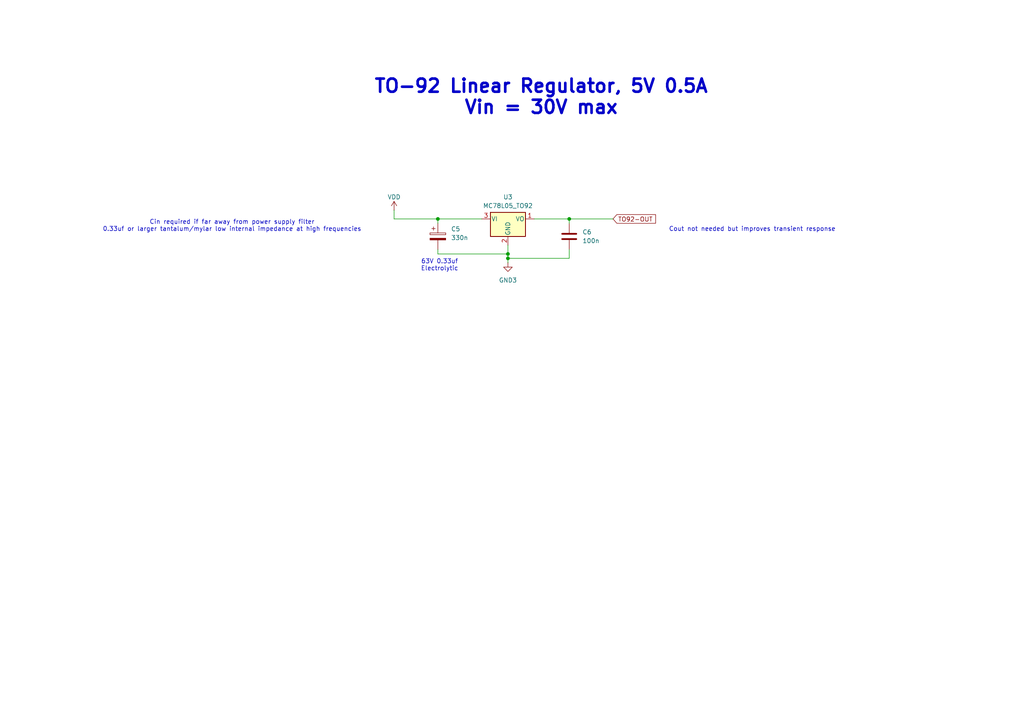
<source format=kicad_sch>
(kicad_sch
	(version 20250114)
	(generator "eeschema")
	(generator_version "9.0")
	(uuid "6fd8c500-7256-4567-8ca0-3bcfa7ea3229")
	(paper "A4")
	(title_block
		(title "Regulator Evaluation Board")
		(date "2025-04-22")
		(rev "/")
		(company "HSRW ")
		(comment 1 "Jure Cubelic ")
	)
	(lib_symbols
		(symbol "Device:C"
			(pin_numbers
				(hide yes)
			)
			(pin_names
				(offset 0.254)
			)
			(exclude_from_sim no)
			(in_bom yes)
			(on_board yes)
			(property "Reference" "C"
				(at 0.635 2.54 0)
				(effects
					(font
						(size 1.27 1.27)
					)
					(justify left)
				)
			)
			(property "Value" "C"
				(at 0.635 -2.54 0)
				(effects
					(font
						(size 1.27 1.27)
					)
					(justify left)
				)
			)
			(property "Footprint" ""
				(at 0.9652 -3.81 0)
				(effects
					(font
						(size 1.27 1.27)
					)
					(hide yes)
				)
			)
			(property "Datasheet" "~"
				(at 0 0 0)
				(effects
					(font
						(size 1.27 1.27)
					)
					(hide yes)
				)
			)
			(property "Description" "Unpolarized capacitor"
				(at 0 0 0)
				(effects
					(font
						(size 1.27 1.27)
					)
					(hide yes)
				)
			)
			(property "ki_keywords" "cap capacitor"
				(at 0 0 0)
				(effects
					(font
						(size 1.27 1.27)
					)
					(hide yes)
				)
			)
			(property "ki_fp_filters" "C_*"
				(at 0 0 0)
				(effects
					(font
						(size 1.27 1.27)
					)
					(hide yes)
				)
			)
			(symbol "C_0_1"
				(polyline
					(pts
						(xy -2.032 0.762) (xy 2.032 0.762)
					)
					(stroke
						(width 0.508)
						(type default)
					)
					(fill
						(type none)
					)
				)
				(polyline
					(pts
						(xy -2.032 -0.762) (xy 2.032 -0.762)
					)
					(stroke
						(width 0.508)
						(type default)
					)
					(fill
						(type none)
					)
				)
			)
			(symbol "C_1_1"
				(pin passive line
					(at 0 3.81 270)
					(length 2.794)
					(name "~"
						(effects
							(font
								(size 1.27 1.27)
							)
						)
					)
					(number "1"
						(effects
							(font
								(size 1.27 1.27)
							)
						)
					)
				)
				(pin passive line
					(at 0 -3.81 90)
					(length 2.794)
					(name "~"
						(effects
							(font
								(size 1.27 1.27)
							)
						)
					)
					(number "2"
						(effects
							(font
								(size 1.27 1.27)
							)
						)
					)
				)
			)
			(embedded_fonts no)
		)
		(symbol "Device:C_Polarized"
			(pin_numbers
				(hide yes)
			)
			(pin_names
				(offset 0.254)
			)
			(exclude_from_sim no)
			(in_bom yes)
			(on_board yes)
			(property "Reference" "C"
				(at 0.635 2.54 0)
				(effects
					(font
						(size 1.27 1.27)
					)
					(justify left)
				)
			)
			(property "Value" "C_Polarized"
				(at 0.635 -2.54 0)
				(effects
					(font
						(size 1.27 1.27)
					)
					(justify left)
				)
			)
			(property "Footprint" ""
				(at 0.9652 -3.81 0)
				(effects
					(font
						(size 1.27 1.27)
					)
					(hide yes)
				)
			)
			(property "Datasheet" "~"
				(at 0 0 0)
				(effects
					(font
						(size 1.27 1.27)
					)
					(hide yes)
				)
			)
			(property "Description" "Polarized capacitor"
				(at 0 0 0)
				(effects
					(font
						(size 1.27 1.27)
					)
					(hide yes)
				)
			)
			(property "ki_keywords" "cap capacitor"
				(at 0 0 0)
				(effects
					(font
						(size 1.27 1.27)
					)
					(hide yes)
				)
			)
			(property "ki_fp_filters" "CP_*"
				(at 0 0 0)
				(effects
					(font
						(size 1.27 1.27)
					)
					(hide yes)
				)
			)
			(symbol "C_Polarized_0_1"
				(rectangle
					(start -2.286 0.508)
					(end 2.286 1.016)
					(stroke
						(width 0)
						(type default)
					)
					(fill
						(type none)
					)
				)
				(polyline
					(pts
						(xy -1.778 2.286) (xy -0.762 2.286)
					)
					(stroke
						(width 0)
						(type default)
					)
					(fill
						(type none)
					)
				)
				(polyline
					(pts
						(xy -1.27 2.794) (xy -1.27 1.778)
					)
					(stroke
						(width 0)
						(type default)
					)
					(fill
						(type none)
					)
				)
				(rectangle
					(start 2.286 -0.508)
					(end -2.286 -1.016)
					(stroke
						(width 0)
						(type default)
					)
					(fill
						(type outline)
					)
				)
			)
			(symbol "C_Polarized_1_1"
				(pin passive line
					(at 0 3.81 270)
					(length 2.794)
					(name "~"
						(effects
							(font
								(size 1.27 1.27)
							)
						)
					)
					(number "1"
						(effects
							(font
								(size 1.27 1.27)
							)
						)
					)
				)
				(pin passive line
					(at 0 -3.81 90)
					(length 2.794)
					(name "~"
						(effects
							(font
								(size 1.27 1.27)
							)
						)
					)
					(number "2"
						(effects
							(font
								(size 1.27 1.27)
							)
						)
					)
				)
			)
			(embedded_fonts no)
		)
		(symbol "Regulator_Linear:MC78L05_TO92"
			(pin_names
				(offset 0.254)
			)
			(exclude_from_sim no)
			(in_bom yes)
			(on_board yes)
			(property "Reference" "U"
				(at -3.81 3.175 0)
				(effects
					(font
						(size 1.27 1.27)
					)
				)
			)
			(property "Value" "MC78L05_TO92"
				(at 0 3.175 0)
				(effects
					(font
						(size 1.27 1.27)
					)
					(justify left)
				)
			)
			(property "Footprint" "Package_TO_SOT_THT:TO-92_Inline"
				(at 0 5.715 0)
				(effects
					(font
						(size 1.27 1.27)
						(italic yes)
					)
					(hide yes)
				)
			)
			(property "Datasheet" "https://www.onsemi.com/pub/Collateral/MC78L00A-D.PDF"
				(at 0 -1.27 0)
				(effects
					(font
						(size 1.27 1.27)
					)
					(hide yes)
				)
			)
			(property "Description" "Positive 100mA 30V Linear Regulator, Fixed Output 5V, TO-92"
				(at 0 0 0)
				(effects
					(font
						(size 1.27 1.27)
					)
					(hide yes)
				)
			)
			(property "ki_keywords" "Voltage Regulator 100mA Positive"
				(at 0 0 0)
				(effects
					(font
						(size 1.27 1.27)
					)
					(hide yes)
				)
			)
			(property "ki_fp_filters" "TO?92*"
				(at 0 0 0)
				(effects
					(font
						(size 1.27 1.27)
					)
					(hide yes)
				)
			)
			(symbol "MC78L05_TO92_0_1"
				(rectangle
					(start -5.08 -5.08)
					(end 5.08 1.905)
					(stroke
						(width 0.254)
						(type default)
					)
					(fill
						(type background)
					)
				)
			)
			(symbol "MC78L05_TO92_1_1"
				(pin power_in line
					(at -7.62 0 0)
					(length 2.54)
					(name "VI"
						(effects
							(font
								(size 1.27 1.27)
							)
						)
					)
					(number "3"
						(effects
							(font
								(size 1.27 1.27)
							)
						)
					)
				)
				(pin power_in line
					(at 0 -7.62 90)
					(length 2.54)
					(name "GND"
						(effects
							(font
								(size 1.27 1.27)
							)
						)
					)
					(number "2"
						(effects
							(font
								(size 1.27 1.27)
							)
						)
					)
				)
				(pin power_out line
					(at 7.62 0 180)
					(length 2.54)
					(name "VO"
						(effects
							(font
								(size 1.27 1.27)
							)
						)
					)
					(number "1"
						(effects
							(font
								(size 1.27 1.27)
							)
						)
					)
				)
			)
			(embedded_fonts no)
		)
		(symbol "power:GND3"
			(power)
			(pin_numbers
				(hide yes)
			)
			(pin_names
				(offset 0)
				(hide yes)
			)
			(exclude_from_sim no)
			(in_bom yes)
			(on_board yes)
			(property "Reference" "#PWR"
				(at 0 -6.35 0)
				(effects
					(font
						(size 1.27 1.27)
					)
					(hide yes)
				)
			)
			(property "Value" "GND3"
				(at 0 -3.81 0)
				(effects
					(font
						(size 1.27 1.27)
					)
				)
			)
			(property "Footprint" ""
				(at 0 0 0)
				(effects
					(font
						(size 1.27 1.27)
					)
					(hide yes)
				)
			)
			(property "Datasheet" ""
				(at 0 0 0)
				(effects
					(font
						(size 1.27 1.27)
					)
					(hide yes)
				)
			)
			(property "Description" "Power symbol creates a global label with name \"GND3\" , ground"
				(at 0 0 0)
				(effects
					(font
						(size 1.27 1.27)
					)
					(hide yes)
				)
			)
			(property "ki_keywords" "global power"
				(at 0 0 0)
				(effects
					(font
						(size 1.27 1.27)
					)
					(hide yes)
				)
			)
			(symbol "GND3_0_1"
				(polyline
					(pts
						(xy 0 0) (xy 0 -1.27) (xy 1.27 -1.27) (xy 0 -2.54) (xy -1.27 -1.27) (xy 0 -1.27)
					)
					(stroke
						(width 0)
						(type default)
					)
					(fill
						(type none)
					)
				)
			)
			(symbol "GND3_1_1"
				(pin power_in line
					(at 0 0 270)
					(length 0)
					(name "~"
						(effects
							(font
								(size 1.27 1.27)
							)
						)
					)
					(number "1"
						(effects
							(font
								(size 1.27 1.27)
							)
						)
					)
				)
			)
			(embedded_fonts no)
		)
		(symbol "power:VDD"
			(power)
			(pin_numbers
				(hide yes)
			)
			(pin_names
				(offset 0)
				(hide yes)
			)
			(exclude_from_sim no)
			(in_bom yes)
			(on_board yes)
			(property "Reference" "#PWR"
				(at 0 -3.81 0)
				(effects
					(font
						(size 1.27 1.27)
					)
					(hide yes)
				)
			)
			(property "Value" "VDD"
				(at 0 3.556 0)
				(effects
					(font
						(size 1.27 1.27)
					)
				)
			)
			(property "Footprint" ""
				(at 0 0 0)
				(effects
					(font
						(size 1.27 1.27)
					)
					(hide yes)
				)
			)
			(property "Datasheet" ""
				(at 0 0 0)
				(effects
					(font
						(size 1.27 1.27)
					)
					(hide yes)
				)
			)
			(property "Description" "Power symbol creates a global label with name \"VDD\""
				(at 0 0 0)
				(effects
					(font
						(size 1.27 1.27)
					)
					(hide yes)
				)
			)
			(property "ki_keywords" "global power"
				(at 0 0 0)
				(effects
					(font
						(size 1.27 1.27)
					)
					(hide yes)
				)
			)
			(symbol "VDD_0_1"
				(polyline
					(pts
						(xy -0.762 1.27) (xy 0 2.54)
					)
					(stroke
						(width 0)
						(type default)
					)
					(fill
						(type none)
					)
				)
				(polyline
					(pts
						(xy 0 2.54) (xy 0.762 1.27)
					)
					(stroke
						(width 0)
						(type default)
					)
					(fill
						(type none)
					)
				)
				(polyline
					(pts
						(xy 0 0) (xy 0 2.54)
					)
					(stroke
						(width 0)
						(type default)
					)
					(fill
						(type none)
					)
				)
			)
			(symbol "VDD_1_1"
				(pin power_in line
					(at 0 0 90)
					(length 0)
					(name "~"
						(effects
							(font
								(size 1.27 1.27)
							)
						)
					)
					(number "1"
						(effects
							(font
								(size 1.27 1.27)
							)
						)
					)
				)
			)
			(embedded_fonts no)
		)
	)
	(text "Cout not needed but improves transient response\n"
		(exclude_from_sim no)
		(at 218.186 66.548 0)
		(effects
			(font
				(size 1.27 1.27)
			)
		)
		(uuid "529c20bd-4642-4159-9622-5e555368a0db")
	)
	(text "Cin required if far away from power supply filter\n0.33uf or larger tantalum/mylar low internal impedance at high frequencies"
		(exclude_from_sim no)
		(at 67.31 65.532 0)
		(effects
			(font
				(size 1.27 1.27)
			)
		)
		(uuid "56d082e2-cad6-416c-938e-13fe94d99d24")
	)
	(text "63V 0.33uf\nElectrolytic\n"
		(exclude_from_sim no)
		(at 127.508 76.962 0)
		(effects
			(font
				(size 1.27 1.27)
			)
		)
		(uuid "7ecfe044-3f5a-4e5d-aa48-a17a845584f9")
	)
	(text "TO-92 Linear Regulator, 5V 0.5A\nVin = 30V max"
		(exclude_from_sim no)
		(at 156.972 28.194 0)
		(effects
			(font
				(size 3.81 3.81)
				(thickness 0.762)
				(bold yes)
			)
		)
		(uuid "96d8351d-f598-43c2-897e-493875a32af9")
	)
	(junction
		(at 127 63.5)
		(diameter 0)
		(color 0 0 0 0)
		(uuid "5371a392-f309-4294-82e8-466b8a7b18ca")
	)
	(junction
		(at 165.1 63.5)
		(diameter 0)
		(color 0 0 0 0)
		(uuid "b64d1daa-fb5b-4d59-8dba-d02b12c10315")
	)
	(junction
		(at 147.32 74.93)
		(diameter 0)
		(color 0 0 0 0)
		(uuid "b6add55a-a48e-4740-8984-7f0d5b95eac3")
	)
	(junction
		(at 147.32 73.66)
		(diameter 0)
		(color 0 0 0 0)
		(uuid "fba443f7-1574-4a54-90c5-e433c3ce1ae5")
	)
	(wire
		(pts
			(xy 147.32 74.93) (xy 147.32 76.2)
		)
		(stroke
			(width 0)
			(type default)
		)
		(uuid "0d6a482d-e8b1-4828-8054-aaf6a9057c31")
	)
	(wire
		(pts
			(xy 147.32 73.66) (xy 147.32 74.93)
		)
		(stroke
			(width 0)
			(type default)
		)
		(uuid "50a19035-c568-41c7-8220-51833c52757e")
	)
	(wire
		(pts
			(xy 165.1 72.39) (xy 165.1 74.93)
		)
		(stroke
			(width 0)
			(type default)
		)
		(uuid "5f0dbe39-42f1-4268-94ee-ce8569a783e8")
	)
	(wire
		(pts
			(xy 114.3 60.96) (xy 114.3 63.5)
		)
		(stroke
			(width 0)
			(type default)
		)
		(uuid "6c465e43-e70c-467b-bf3f-ebc95715a30f")
	)
	(wire
		(pts
			(xy 127 64.77) (xy 127 63.5)
		)
		(stroke
			(width 0)
			(type default)
		)
		(uuid "7cb22484-b4f9-43d1-8b19-d2a887d42951")
	)
	(wire
		(pts
			(xy 165.1 74.93) (xy 147.32 74.93)
		)
		(stroke
			(width 0)
			(type default)
		)
		(uuid "888ae355-016b-446d-8952-b0d0bee9aa85")
	)
	(wire
		(pts
			(xy 127 63.5) (xy 139.7 63.5)
		)
		(stroke
			(width 0)
			(type default)
		)
		(uuid "99ddb5fd-5379-4896-aee9-90283f6ef572")
	)
	(wire
		(pts
			(xy 165.1 63.5) (xy 177.8 63.5)
		)
		(stroke
			(width 0)
			(type default)
		)
		(uuid "ba334dd3-d581-4267-ba1b-aba8a775a45f")
	)
	(wire
		(pts
			(xy 165.1 64.77) (xy 165.1 63.5)
		)
		(stroke
			(width 0)
			(type default)
		)
		(uuid "c38bb111-6511-487b-b40b-f47342ba472e")
	)
	(wire
		(pts
			(xy 114.3 63.5) (xy 127 63.5)
		)
		(stroke
			(width 0)
			(type default)
		)
		(uuid "c41fd2d6-b627-492a-b7f7-84674a2aa63e")
	)
	(wire
		(pts
			(xy 154.94 63.5) (xy 165.1 63.5)
		)
		(stroke
			(width 0)
			(type default)
		)
		(uuid "d90d7876-2b11-4f14-b71c-16c9b1a93f77")
	)
	(wire
		(pts
			(xy 127 73.66) (xy 147.32 73.66)
		)
		(stroke
			(width 0)
			(type default)
		)
		(uuid "dcd47be9-021c-451c-92c3-17c2c563bbac")
	)
	(wire
		(pts
			(xy 127 72.39) (xy 127 73.66)
		)
		(stroke
			(width 0)
			(type default)
		)
		(uuid "f4da0334-db5d-45a2-9129-fdf86bba5766")
	)
	(wire
		(pts
			(xy 147.32 71.12) (xy 147.32 73.66)
		)
		(stroke
			(width 0)
			(type default)
		)
		(uuid "fd7646b4-859c-4141-a2f0-1da92fd6ea88")
	)
	(global_label "TO92-OUT"
		(shape input)
		(at 177.8 63.5 0)
		(fields_autoplaced yes)
		(effects
			(font
				(size 1.27 1.27)
			)
			(justify left)
		)
		(uuid "d0fe36c9-e078-4da1-9cea-0eea09caa400")
		(property "Intersheetrefs" "${INTERSHEET_REFS}"
			(at 190.7033 63.5 0)
			(effects
				(font
					(size 1.27 1.27)
				)
				(justify left)
				(hide yes)
			)
		)
	)
	(symbol
		(lib_id "power:GND3")
		(at 147.32 76.2 0)
		(unit 1)
		(exclude_from_sim no)
		(in_bom yes)
		(on_board yes)
		(dnp no)
		(fields_autoplaced yes)
		(uuid "44cf7bed-7d6d-40e4-8513-393c226fcc7d")
		(property "Reference" "#PWR018"
			(at 147.32 82.55 0)
			(effects
				(font
					(size 1.27 1.27)
				)
				(hide yes)
			)
		)
		(property "Value" "GND3"
			(at 147.32 81.28 0)
			(effects
				(font
					(size 1.27 1.27)
				)
			)
		)
		(property "Footprint" ""
			(at 147.32 76.2 0)
			(effects
				(font
					(size 1.27 1.27)
				)
				(hide yes)
			)
		)
		(property "Datasheet" ""
			(at 147.32 76.2 0)
			(effects
				(font
					(size 1.27 1.27)
				)
				(hide yes)
			)
		)
		(property "Description" "Power symbol creates a global label with name \"GND3\" , ground"
			(at 147.32 76.2 0)
			(effects
				(font
					(size 1.27 1.27)
				)
				(hide yes)
			)
		)
		(pin "1"
			(uuid "60351880-a831-4550-afe2-2dce8c7c99df")
		)
		(instances
			(project "RegulatorEvaluationBoard"
				(path "/3e45da4c-132a-439a-a567-ab5eeca3e151/36ea8e92-e503-4f3b-aaf1-a59b428c6a31"
					(reference "#PWR018")
					(unit 1)
				)
			)
		)
	)
	(symbol
		(lib_id "Device:C_Polarized")
		(at 127 68.58 0)
		(unit 1)
		(exclude_from_sim no)
		(in_bom yes)
		(on_board yes)
		(dnp no)
		(fields_autoplaced yes)
		(uuid "60af6654-d78b-41f4-a332-2ee183b7ec9f")
		(property "Reference" "C5"
			(at 130.81 66.4209 0)
			(effects
				(font
					(size 1.27 1.27)
				)
				(justify left)
			)
		)
		(property "Value" "330n"
			(at 130.81 68.9609 0)
			(effects
				(font
					(size 1.27 1.27)
				)
				(justify left)
			)
		)
		(property "Footprint" "Capacitor_THT:C_Radial_D4.0mm_H7.0mm_P1.50mm"
			(at 127.9652 72.39 0)
			(effects
				(font
					(size 1.27 1.27)
				)
				(hide yes)
			)
		)
		(property "Datasheet" "~"
			(at 127 68.58 0)
			(effects
				(font
					(size 1.27 1.27)
				)
				(hide yes)
			)
		)
		(property "Description" "Polarized capacitor"
			(at 127 68.58 0)
			(effects
				(font
					(size 1.27 1.27)
				)
				(hide yes)
			)
		)
		(pin "2"
			(uuid "8ab2060d-4eec-47e4-99ad-f8c0c3185706")
		)
		(pin "1"
			(uuid "d70df809-46af-4e51-9fe6-8ed9b9456363")
		)
		(instances
			(project "RegulatorEvaluationBoard"
				(path "/3e45da4c-132a-439a-a567-ab5eeca3e151/36ea8e92-e503-4f3b-aaf1-a59b428c6a31"
					(reference "C5")
					(unit 1)
				)
			)
		)
	)
	(symbol
		(lib_id "power:VDD")
		(at 114.3 60.96 0)
		(unit 1)
		(exclude_from_sim no)
		(in_bom yes)
		(on_board yes)
		(dnp no)
		(uuid "713e221c-4308-42e7-bdd3-9ac166ca456f")
		(property "Reference" "#PWR017"
			(at 114.3 64.77 0)
			(effects
				(font
					(size 1.27 1.27)
				)
				(hide yes)
			)
		)
		(property "Value" "VDD"
			(at 114.3 57.15 0)
			(effects
				(font
					(size 1.27 1.27)
				)
			)
		)
		(property "Footprint" ""
			(at 114.3 60.96 0)
			(effects
				(font
					(size 1.27 1.27)
				)
				(hide yes)
			)
		)
		(property "Datasheet" ""
			(at 114.3 60.96 0)
			(effects
				(font
					(size 1.27 1.27)
				)
				(hide yes)
			)
		)
		(property "Description" "Power symbol creates a global label with name \"VDD\""
			(at 114.3 60.96 0)
			(effects
				(font
					(size 1.27 1.27)
				)
				(hide yes)
			)
		)
		(pin "1"
			(uuid "18f3e404-8586-434b-ad22-8142cee8fa0a")
		)
		(instances
			(project "RegulatorEvaluationBoard"
				(path "/3e45da4c-132a-439a-a567-ab5eeca3e151/36ea8e92-e503-4f3b-aaf1-a59b428c6a31"
					(reference "#PWR017")
					(unit 1)
				)
			)
		)
	)
	(symbol
		(lib_id "Regulator_Linear:MC78L05_TO92")
		(at 147.32 63.5 0)
		(unit 1)
		(exclude_from_sim no)
		(in_bom yes)
		(on_board yes)
		(dnp no)
		(fields_autoplaced yes)
		(uuid "bc11b1f0-8ab9-451d-b776-beb8014298e6")
		(property "Reference" "U3"
			(at 147.32 57.15 0)
			(effects
				(font
					(size 1.27 1.27)
				)
			)
		)
		(property "Value" "MC78L05_TO92"
			(at 147.32 59.69 0)
			(effects
				(font
					(size 1.27 1.27)
				)
			)
		)
		(property "Footprint" "Package_TO_SOT_THT:TO-92_Inline"
			(at 147.32 57.785 0)
			(effects
				(font
					(size 1.27 1.27)
					(italic yes)
				)
				(hide yes)
			)
		)
		(property "Datasheet" "https://www.onsemi.com/pub/Collateral/MC78L00A-D.PDF"
			(at 147.32 64.77 0)
			(effects
				(font
					(size 1.27 1.27)
				)
				(hide yes)
			)
		)
		(property "Description" "Positive 100mA 30V Linear Regulator, Fixed Output 5V, TO-92"
			(at 147.32 63.5 0)
			(effects
				(font
					(size 1.27 1.27)
				)
				(hide yes)
			)
		)
		(pin "1"
			(uuid "8a2190bf-e146-46fe-acc4-822da8708914")
		)
		(pin "3"
			(uuid "5e5ee75d-9ba4-4839-a040-4dc41b5123c1")
		)
		(pin "2"
			(uuid "3fac2254-6018-451b-86b3-6b857ed11ebf")
		)
		(instances
			(project ""
				(path "/3e45da4c-132a-439a-a567-ab5eeca3e151/36ea8e92-e503-4f3b-aaf1-a59b428c6a31"
					(reference "U3")
					(unit 1)
				)
			)
		)
	)
	(symbol
		(lib_id "Device:C")
		(at 165.1 68.58 0)
		(unit 1)
		(exclude_from_sim no)
		(in_bom yes)
		(on_board yes)
		(dnp no)
		(fields_autoplaced yes)
		(uuid "e4a37e32-f771-4e10-ab12-cf052035f2a3")
		(property "Reference" "C6"
			(at 168.91 67.3099 0)
			(effects
				(font
					(size 1.27 1.27)
				)
				(justify left)
			)
		)
		(property "Value" "100n"
			(at 168.91 69.8499 0)
			(effects
				(font
					(size 1.27 1.27)
				)
				(justify left)
			)
		)
		(property "Footprint" "Capacitor_SMD:C_1206_3216Metric"
			(at 166.0652 72.39 0)
			(effects
				(font
					(size 1.27 1.27)
				)
				(hide yes)
			)
		)
		(property "Datasheet" "~"
			(at 165.1 68.58 0)
			(effects
				(font
					(size 1.27 1.27)
				)
				(hide yes)
			)
		)
		(property "Description" "Unpolarized capacitor"
			(at 165.1 68.58 0)
			(effects
				(font
					(size 1.27 1.27)
				)
				(hide yes)
			)
		)
		(pin "2"
			(uuid "31048d7f-e44c-4eb7-92e2-641e3b9764e9")
		)
		(pin "1"
			(uuid "78969d58-6116-4607-8f21-ab7563162980")
		)
		(instances
			(project "RegulatorEvaluationBoard"
				(path "/3e45da4c-132a-439a-a567-ab5eeca3e151/36ea8e92-e503-4f3b-aaf1-a59b428c6a31"
					(reference "C6")
					(unit 1)
				)
			)
		)
	)
)

</source>
